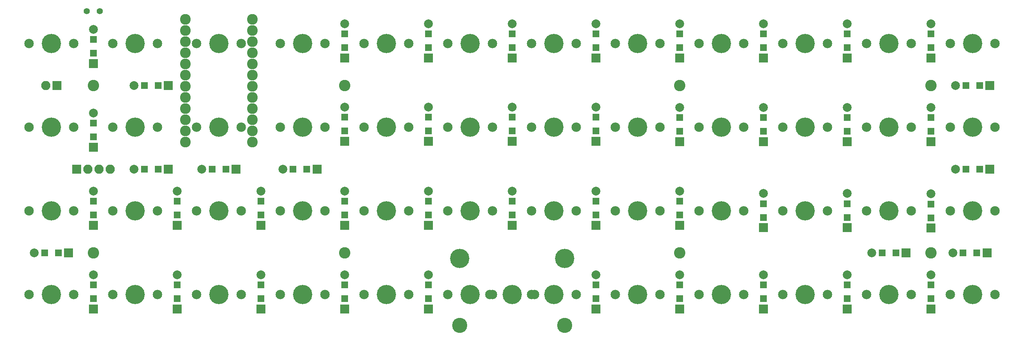
<source format=gts>
G04 #@! TF.GenerationSoftware,KiCad,Pcbnew,(5.0.0)*
G04 #@! TF.CreationDate,2018-11-10T23:00:33-06:00*
G04 #@! TF.ProjectId,Contra,436F6E7472612E6B696361645F706362,rev?*
G04 #@! TF.SameCoordinates,Original*
G04 #@! TF.FileFunction,Soldermask,Top*
G04 #@! TF.FilePolarity,Negative*
%FSLAX46Y46*%
G04 Gerber Fmt 4.6, Leading zero omitted, Abs format (unit mm)*
G04 Created by KiCad (PCBNEW (5.0.0)) date 11/10/18 23:00:33*
%MOMM*%
%LPD*%
G01*
G04 APERTURE LIST*
%ADD10C,4.387800*%
%ADD11C,2.150000*%
%ADD12C,2.432000*%
%ADD13C,3.448000*%
%ADD14C,2.600000*%
%ADD15R,2.100000X2.100000*%
%ADD16O,2.100000X2.100000*%
%ADD17C,2.000000*%
%ADD18R,2.000000X2.000000*%
%ADD19R,1.600000X1.600000*%
%ADD20C,1.400000*%
G04 APERTURE END LIST*
D10*
G04 #@! TO.C,MX26*
X57150000Y-76200000D03*
D11*
X52070000Y-76200000D03*
X62230000Y-76200000D03*
G04 #@! TD*
D10*
G04 #@! TO.C,MX48*
X247650000Y-95250000D03*
D11*
X242570000Y-95250000D03*
X252730000Y-95250000D03*
G04 #@! TD*
D12*
G04 #@! TO.C,U1*
X83820000Y-32543750D03*
X83820000Y-35083750D03*
X83820000Y-37623750D03*
X83820000Y-40163750D03*
X83820000Y-42703750D03*
X83820000Y-45243750D03*
X83820000Y-47783750D03*
X83820000Y-50323750D03*
X83820000Y-52863750D03*
X83820000Y-55403750D03*
X83820000Y-57943750D03*
X83820000Y-60483750D03*
X68580000Y-32543750D03*
X68580000Y-35083750D03*
X68580000Y-37623750D03*
X68580000Y-40163750D03*
X68580000Y-42703750D03*
X68580000Y-45243750D03*
X68580000Y-47783750D03*
X68580000Y-50323750D03*
X68580000Y-52863750D03*
X68580000Y-55403750D03*
X68580000Y-57943750D03*
X68580000Y-60483750D03*
G04 #@! TD*
D10*
G04 #@! TO.C,MX49*
X142875000Y-95250000D03*
D11*
X137795000Y-95250000D03*
X147955000Y-95250000D03*
D13*
X130937000Y-102235000D03*
X154813000Y-102235000D03*
D10*
X130937000Y-86995000D03*
X154813000Y-86995000D03*
G04 #@! TD*
G04 #@! TO.C,MX47*
X228600000Y-95250000D03*
D11*
X223520000Y-95250000D03*
X233680000Y-95250000D03*
G04 #@! TD*
D10*
G04 #@! TO.C,MX46*
X209550000Y-95250000D03*
D11*
X204470000Y-95250000D03*
X214630000Y-95250000D03*
G04 #@! TD*
D10*
G04 #@! TO.C,MX45*
X190500000Y-95250000D03*
D11*
X185420000Y-95250000D03*
X195580000Y-95250000D03*
G04 #@! TD*
D10*
G04 #@! TO.C,MX44*
X171450000Y-95250000D03*
D11*
X166370000Y-95250000D03*
X176530000Y-95250000D03*
G04 #@! TD*
D10*
G04 #@! TO.C,MX43*
X152400000Y-95250000D03*
D11*
X147320000Y-95250000D03*
X157480000Y-95250000D03*
G04 #@! TD*
D10*
G04 #@! TO.C,MX42*
X133350000Y-95250000D03*
D11*
X128270000Y-95250000D03*
X138430000Y-95250000D03*
G04 #@! TD*
D10*
G04 #@! TO.C,MX41*
X114300000Y-95250000D03*
D11*
X109220000Y-95250000D03*
X119380000Y-95250000D03*
G04 #@! TD*
D10*
G04 #@! TO.C,MX40*
X95250000Y-95250000D03*
D11*
X90170000Y-95250000D03*
X100330000Y-95250000D03*
G04 #@! TD*
D10*
G04 #@! TO.C,MX39*
X76200000Y-95250000D03*
D11*
X71120000Y-95250000D03*
X81280000Y-95250000D03*
G04 #@! TD*
D10*
G04 #@! TO.C,MX38*
X57150000Y-95250000D03*
D11*
X52070000Y-95250000D03*
X62230000Y-95250000D03*
G04 #@! TD*
D10*
G04 #@! TO.C,MX37*
X38100000Y-95250000D03*
D11*
X33020000Y-95250000D03*
X43180000Y-95250000D03*
G04 #@! TD*
D10*
G04 #@! TO.C,MX36*
X247650000Y-76200000D03*
D11*
X242570000Y-76200000D03*
X252730000Y-76200000D03*
G04 #@! TD*
D10*
G04 #@! TO.C,MX35*
X228600000Y-76200000D03*
D11*
X223520000Y-76200000D03*
X233680000Y-76200000D03*
G04 #@! TD*
D10*
G04 #@! TO.C,MX34*
X209550000Y-76200000D03*
D11*
X204470000Y-76200000D03*
X214630000Y-76200000D03*
G04 #@! TD*
D10*
G04 #@! TO.C,MX33*
X190500000Y-76200000D03*
D11*
X185420000Y-76200000D03*
X195580000Y-76200000D03*
G04 #@! TD*
D10*
G04 #@! TO.C,MX32*
X171450000Y-76200000D03*
D11*
X166370000Y-76200000D03*
X176530000Y-76200000D03*
G04 #@! TD*
D10*
G04 #@! TO.C,MX31*
X152400000Y-76200000D03*
D11*
X147320000Y-76200000D03*
X157480000Y-76200000D03*
G04 #@! TD*
D10*
G04 #@! TO.C,MX30*
X133350000Y-76200000D03*
D11*
X128270000Y-76200000D03*
X138430000Y-76200000D03*
G04 #@! TD*
D10*
G04 #@! TO.C,MX29*
X114300000Y-76200000D03*
D11*
X109220000Y-76200000D03*
X119380000Y-76200000D03*
G04 #@! TD*
D10*
G04 #@! TO.C,MX28*
X95250000Y-76200000D03*
D11*
X90170000Y-76200000D03*
X100330000Y-76200000D03*
G04 #@! TD*
D10*
G04 #@! TO.C,MX27*
X76200000Y-76200000D03*
D11*
X71120000Y-76200000D03*
X81280000Y-76200000D03*
G04 #@! TD*
D10*
G04 #@! TO.C,MX25*
X38100000Y-76200000D03*
D11*
X33020000Y-76200000D03*
X43180000Y-76200000D03*
G04 #@! TD*
D10*
G04 #@! TO.C,MX24*
X247650000Y-57150000D03*
D11*
X242570000Y-57150000D03*
X252730000Y-57150000D03*
G04 #@! TD*
D10*
G04 #@! TO.C,MX23*
X228600000Y-57150000D03*
D11*
X223520000Y-57150000D03*
X233680000Y-57150000D03*
G04 #@! TD*
D10*
G04 #@! TO.C,MX22*
X209550000Y-57150000D03*
D11*
X204470000Y-57150000D03*
X214630000Y-57150000D03*
G04 #@! TD*
D10*
G04 #@! TO.C,MX21*
X190500000Y-57150000D03*
D11*
X185420000Y-57150000D03*
X195580000Y-57150000D03*
G04 #@! TD*
D10*
G04 #@! TO.C,MX20*
X171450000Y-57150000D03*
D11*
X166370000Y-57150000D03*
X176530000Y-57150000D03*
G04 #@! TD*
D10*
G04 #@! TO.C,MX19*
X152400000Y-57150000D03*
D11*
X147320000Y-57150000D03*
X157480000Y-57150000D03*
G04 #@! TD*
D10*
G04 #@! TO.C,MX18*
X133350000Y-57150000D03*
D11*
X128270000Y-57150000D03*
X138430000Y-57150000D03*
G04 #@! TD*
D10*
G04 #@! TO.C,MX17*
X114300000Y-57150000D03*
D11*
X109220000Y-57150000D03*
X119380000Y-57150000D03*
G04 #@! TD*
D10*
G04 #@! TO.C,MX16*
X95250000Y-57150000D03*
D11*
X90170000Y-57150000D03*
X100330000Y-57150000D03*
G04 #@! TD*
D10*
G04 #@! TO.C,MX15*
X76200000Y-57150000D03*
D11*
X71120000Y-57150000D03*
X81280000Y-57150000D03*
G04 #@! TD*
D10*
G04 #@! TO.C,MX14*
X57150000Y-57150000D03*
D11*
X52070000Y-57150000D03*
X62230000Y-57150000D03*
G04 #@! TD*
D10*
G04 #@! TO.C,MX13*
X38100000Y-57150000D03*
D11*
X33020000Y-57150000D03*
X43180000Y-57150000D03*
G04 #@! TD*
D10*
G04 #@! TO.C,MX12*
X247650000Y-38100000D03*
D11*
X242570000Y-38100000D03*
X252730000Y-38100000D03*
G04 #@! TD*
D10*
G04 #@! TO.C,MX11*
X228600000Y-38100000D03*
D11*
X223520000Y-38100000D03*
X233680000Y-38100000D03*
G04 #@! TD*
D10*
G04 #@! TO.C,MX10*
X209550000Y-38100000D03*
D11*
X204470000Y-38100000D03*
X214630000Y-38100000D03*
G04 #@! TD*
D10*
G04 #@! TO.C,MX9*
X190500000Y-38100000D03*
D11*
X185420000Y-38100000D03*
X195580000Y-38100000D03*
G04 #@! TD*
D10*
G04 #@! TO.C,MX8*
X171450000Y-38100000D03*
D11*
X166370000Y-38100000D03*
X176530000Y-38100000D03*
G04 #@! TD*
D10*
G04 #@! TO.C,MX7*
X152400000Y-38100000D03*
D11*
X147320000Y-38100000D03*
X157480000Y-38100000D03*
G04 #@! TD*
D10*
G04 #@! TO.C,MX6*
X133350000Y-38100000D03*
D11*
X128270000Y-38100000D03*
X138430000Y-38100000D03*
G04 #@! TD*
D10*
G04 #@! TO.C,MX5*
X114300000Y-38100000D03*
D11*
X109220000Y-38100000D03*
X119380000Y-38100000D03*
G04 #@! TD*
D10*
G04 #@! TO.C,MX4*
X95250000Y-38100000D03*
D11*
X90170000Y-38100000D03*
X100330000Y-38100000D03*
G04 #@! TD*
D10*
G04 #@! TO.C,MX3*
X76200000Y-38100000D03*
D11*
X71120000Y-38100000D03*
X81280000Y-38100000D03*
G04 #@! TD*
D10*
G04 #@! TO.C,MX2*
X57150000Y-38100000D03*
D11*
X52070000Y-38100000D03*
X62230000Y-38100000D03*
G04 #@! TD*
D10*
G04 #@! TO.C,MX1*
X38100000Y-38100000D03*
D11*
X33020000Y-38100000D03*
X43180000Y-38100000D03*
G04 #@! TD*
D14*
G04 #@! TO.C,J1*
X47625000Y-47625000D03*
G04 #@! TD*
G04 #@! TO.C,J2*
X104775000Y-47625000D03*
G04 #@! TD*
G04 #@! TO.C,J3*
X47625000Y-85725000D03*
G04 #@! TD*
G04 #@! TO.C,J4*
X104775000Y-85725000D03*
G04 #@! TD*
G04 #@! TO.C,J5*
X180975000Y-47625000D03*
G04 #@! TD*
G04 #@! TO.C,J6*
X180975000Y-85725000D03*
G04 #@! TD*
G04 #@! TO.C,J7*
X238125000Y-47625000D03*
G04 #@! TD*
G04 #@! TO.C,J8*
X238125000Y-85725000D03*
G04 #@! TD*
D15*
G04 #@! TO.C,J9*
X43815000Y-66675000D03*
D16*
X46355000Y-66675000D03*
X48895000Y-66675000D03*
X51435000Y-66675000D03*
G04 #@! TD*
D17*
G04 #@! TO.C,D1*
X47625000Y-34835000D03*
D18*
X47625000Y-42635000D03*
D19*
X47625000Y-40310000D03*
X47625000Y-37160000D03*
G04 #@! TD*
G04 #@! TO.C,D2*
X59226250Y-47625000D03*
X62376250Y-47625000D03*
D18*
X64701250Y-47625000D03*
D17*
X56901250Y-47625000D03*
G04 #@! TD*
G04 #@! TO.C,D3*
X72300000Y-66675000D03*
D18*
X80100000Y-66675000D03*
D19*
X77775000Y-66675000D03*
X74625000Y-66675000D03*
G04 #@! TD*
G04 #@! TO.C,D4*
X104775000Y-35890000D03*
X104775000Y-39040000D03*
D18*
X104775000Y-41365000D03*
D17*
X104775000Y-33565000D03*
G04 #@! TD*
G04 #@! TO.C,D5*
X123825000Y-33565000D03*
D18*
X123825000Y-41365000D03*
D19*
X123825000Y-39040000D03*
X123825000Y-35890000D03*
G04 #@! TD*
G04 #@! TO.C,D6*
X142875000Y-35890000D03*
X142875000Y-39040000D03*
D18*
X142875000Y-41365000D03*
D17*
X142875000Y-33565000D03*
G04 #@! TD*
G04 #@! TO.C,D7*
X161925000Y-33565000D03*
D18*
X161925000Y-41365000D03*
D19*
X161925000Y-39040000D03*
X161925000Y-35890000D03*
G04 #@! TD*
G04 #@! TO.C,D8*
X180975000Y-35890000D03*
X180975000Y-39040000D03*
D18*
X180975000Y-41365000D03*
D17*
X180975000Y-33565000D03*
G04 #@! TD*
G04 #@! TO.C,D9*
X200025000Y-33565000D03*
D18*
X200025000Y-41365000D03*
D19*
X200025000Y-39040000D03*
X200025000Y-35890000D03*
G04 #@! TD*
G04 #@! TO.C,D10*
X219075000Y-35890000D03*
X219075000Y-39040000D03*
D18*
X219075000Y-41365000D03*
D17*
X219075000Y-33565000D03*
G04 #@! TD*
G04 #@! TO.C,D11*
X238125000Y-33565000D03*
D18*
X238125000Y-41365000D03*
D19*
X238125000Y-39040000D03*
X238125000Y-35890000D03*
G04 #@! TD*
G04 #@! TO.C,D12*
X246075000Y-47625000D03*
X249225000Y-47625000D03*
D18*
X251550000Y-47625000D03*
D17*
X243750000Y-47625000D03*
G04 #@! TD*
G04 #@! TO.C,D13*
X47625000Y-53885000D03*
D18*
X47625000Y-61685000D03*
D19*
X47625000Y-59360000D03*
X47625000Y-56210000D03*
G04 #@! TD*
G04 #@! TO.C,D14*
X59226250Y-66675000D03*
X62376250Y-66675000D03*
D18*
X64701250Y-66675000D03*
D17*
X56901250Y-66675000D03*
G04 #@! TD*
D19*
G04 #@! TO.C,D15*
X93040000Y-66675000D03*
X96190000Y-66675000D03*
D18*
X98515000Y-66675000D03*
D17*
X90715000Y-66675000D03*
G04 #@! TD*
G04 #@! TO.C,D16*
X104775000Y-52525000D03*
D18*
X104775000Y-60325000D03*
D19*
X104775000Y-58000000D03*
X104775000Y-54850000D03*
G04 #@! TD*
D17*
G04 #@! TO.C,D17*
X123825000Y-52525000D03*
D18*
X123825000Y-60325000D03*
D19*
X123825000Y-58000000D03*
X123825000Y-54850000D03*
G04 #@! TD*
D17*
G04 #@! TO.C,D18*
X142875000Y-52525000D03*
D18*
X142875000Y-60325000D03*
D19*
X142875000Y-58000000D03*
X142875000Y-54850000D03*
G04 #@! TD*
D17*
G04 #@! TO.C,D19*
X161925000Y-52525000D03*
D18*
X161925000Y-60325000D03*
D19*
X161925000Y-58000000D03*
X161925000Y-54850000D03*
G04 #@! TD*
D17*
G04 #@! TO.C,D20*
X180975000Y-52615000D03*
D18*
X180975000Y-60415000D03*
D19*
X180975000Y-58090000D03*
X180975000Y-54940000D03*
G04 #@! TD*
D17*
G04 #@! TO.C,D21*
X200025000Y-52615000D03*
D18*
X200025000Y-60415000D03*
D19*
X200025000Y-58090000D03*
X200025000Y-54940000D03*
G04 #@! TD*
D17*
G04 #@! TO.C,D22*
X219075000Y-52615000D03*
D18*
X219075000Y-60415000D03*
D19*
X219075000Y-58090000D03*
X219075000Y-54940000D03*
G04 #@! TD*
D17*
G04 #@! TO.C,D23*
X238125000Y-52615000D03*
D18*
X238125000Y-60415000D03*
D19*
X238125000Y-58090000D03*
X238125000Y-54940000D03*
G04 #@! TD*
D17*
G04 #@! TO.C,D24*
X243750000Y-66675000D03*
D18*
X251550000Y-66675000D03*
D19*
X249225000Y-66675000D03*
X246075000Y-66675000D03*
G04 #@! TD*
D17*
G04 #@! TO.C,D25*
X47625000Y-71665000D03*
D18*
X47625000Y-79465000D03*
D19*
X47625000Y-77140000D03*
X47625000Y-73990000D03*
G04 #@! TD*
D17*
G04 #@! TO.C,D26*
X66675000Y-71665000D03*
D18*
X66675000Y-79465000D03*
D19*
X66675000Y-77140000D03*
X66675000Y-73990000D03*
G04 #@! TD*
D17*
G04 #@! TO.C,D27*
X85725000Y-71665000D03*
D18*
X85725000Y-79465000D03*
D19*
X85725000Y-77140000D03*
X85725000Y-73990000D03*
G04 #@! TD*
D17*
G04 #@! TO.C,D28*
X104775000Y-71665000D03*
D18*
X104775000Y-79465000D03*
D19*
X104775000Y-77140000D03*
X104775000Y-73990000D03*
G04 #@! TD*
D17*
G04 #@! TO.C,D29*
X123825000Y-71665000D03*
D18*
X123825000Y-79465000D03*
D19*
X123825000Y-77140000D03*
X123825000Y-73990000D03*
G04 #@! TD*
G04 #@! TO.C,D30*
X142875000Y-73990000D03*
X142875000Y-77140000D03*
D18*
X142875000Y-79465000D03*
D17*
X142875000Y-71665000D03*
G04 #@! TD*
D19*
G04 #@! TO.C,D31*
X161925000Y-73990000D03*
X161925000Y-77140000D03*
D18*
X161925000Y-79465000D03*
D17*
X161925000Y-71665000D03*
G04 #@! TD*
D19*
G04 #@! TO.C,D32*
X180975000Y-73990000D03*
X180975000Y-77140000D03*
D18*
X180975000Y-79465000D03*
D17*
X180975000Y-71665000D03*
G04 #@! TD*
D19*
G04 #@! TO.C,D33*
X200025000Y-74535000D03*
X200025000Y-77685000D03*
D18*
X200025000Y-80010000D03*
D17*
X200025000Y-72210000D03*
G04 #@! TD*
D19*
G04 #@! TO.C,D34*
X219075000Y-74535000D03*
X219075000Y-77685000D03*
D18*
X219075000Y-80010000D03*
D17*
X219075000Y-72210000D03*
G04 #@! TD*
D19*
G04 #@! TO.C,D35*
X227025000Y-85725000D03*
X230175000Y-85725000D03*
D18*
X232500000Y-85725000D03*
D17*
X224700000Y-85725000D03*
G04 #@! TD*
D19*
G04 #@! TO.C,D36*
X238125000Y-74625000D03*
X238125000Y-77775000D03*
D18*
X238125000Y-80100000D03*
D17*
X238125000Y-72300000D03*
G04 #@! TD*
D19*
G04 #@! TO.C,D37*
X36525000Y-85725000D03*
X39675000Y-85725000D03*
D18*
X42000000Y-85725000D03*
D17*
X34200000Y-85725000D03*
G04 #@! TD*
D19*
G04 #@! TO.C,D38*
X47625000Y-93040000D03*
X47625000Y-96190000D03*
D18*
X47625000Y-98515000D03*
D17*
X47625000Y-90715000D03*
G04 #@! TD*
D19*
G04 #@! TO.C,D39*
X66675000Y-93040000D03*
X66675000Y-96190000D03*
D18*
X66675000Y-98515000D03*
D17*
X66675000Y-90715000D03*
G04 #@! TD*
D19*
G04 #@! TO.C,D40*
X85725000Y-93040000D03*
X85725000Y-96190000D03*
D18*
X85725000Y-98515000D03*
D17*
X85725000Y-90715000D03*
G04 #@! TD*
D19*
G04 #@! TO.C,D41*
X104775000Y-93040000D03*
X104775000Y-96190000D03*
D18*
X104775000Y-98515000D03*
D17*
X104775000Y-90715000D03*
G04 #@! TD*
D19*
G04 #@! TO.C,D42*
X123825000Y-93040000D03*
X123825000Y-96190000D03*
D18*
X123825000Y-98515000D03*
D17*
X123825000Y-90715000D03*
G04 #@! TD*
D19*
G04 #@! TO.C,D43*
X161925000Y-93040000D03*
X161925000Y-96190000D03*
D18*
X161925000Y-98515000D03*
D17*
X161925000Y-90715000D03*
G04 #@! TD*
G04 #@! TO.C,D44*
X180975000Y-90715000D03*
D18*
X180975000Y-98515000D03*
D19*
X180975000Y-96190000D03*
X180975000Y-93040000D03*
G04 #@! TD*
G04 #@! TO.C,D45*
X200025000Y-93040000D03*
X200025000Y-96190000D03*
D18*
X200025000Y-98515000D03*
D17*
X200025000Y-90715000D03*
G04 #@! TD*
G04 #@! TO.C,D46*
X219075000Y-90715000D03*
D18*
X219075000Y-98515000D03*
D19*
X219075000Y-96190000D03*
X219075000Y-93040000D03*
G04 #@! TD*
D17*
G04 #@! TO.C,D47*
X238125000Y-90715000D03*
D18*
X238125000Y-98515000D03*
D19*
X238125000Y-96190000D03*
X238125000Y-93040000D03*
G04 #@! TD*
G04 #@! TO.C,D48*
X245440000Y-85725000D03*
X248590000Y-85725000D03*
D18*
X250915000Y-85725000D03*
D17*
X243115000Y-85725000D03*
G04 #@! TD*
D15*
G04 #@! TO.C,J10*
X39370000Y-47625000D03*
D16*
X36830000Y-47625000D03*
G04 #@! TD*
D20*
G04 #@! TO.C,SW2*
X46125000Y-30734000D03*
X49125000Y-30734000D03*
G04 #@! TD*
M02*

</source>
